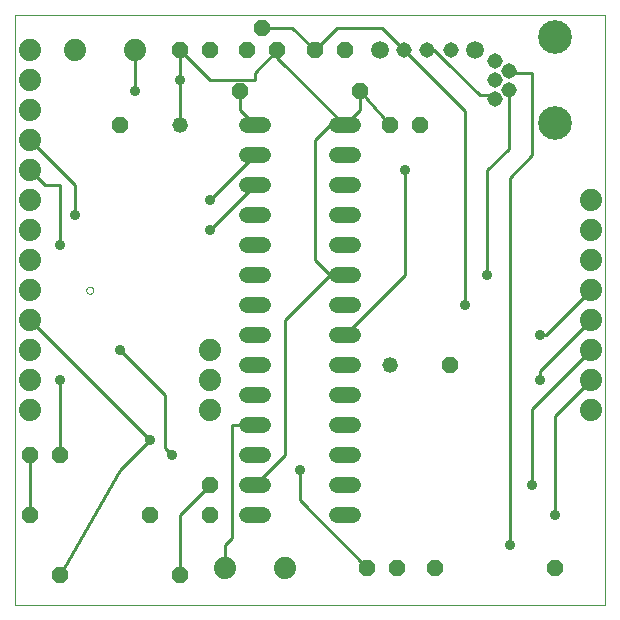
<source format=gtl>
G75*
%MOIN*%
%OFA0B0*%
%FSLAX25Y25*%
%IPPOS*%
%LPD*%
%AMOC8*
5,1,8,0,0,1.08239X$1,22.5*
%
%ADD10C,0.00000*%
%ADD11OC8,0.05200*%
%ADD12C,0.05200*%
%ADD13C,0.05150*%
%ADD14C,0.11220*%
%ADD15C,0.07400*%
%ADD16C,0.05200*%
%ADD17C,0.05937*%
%ADD18C,0.01000*%
%ADD19C,0.03562*%
D10*
X0001600Y0001600D02*
X0001600Y0198450D01*
X0198450Y0198450D01*
X0198450Y0001600D01*
X0001600Y0001600D01*
X0025419Y0106600D02*
X0025421Y0106669D01*
X0025427Y0106737D01*
X0025437Y0106805D01*
X0025451Y0106872D01*
X0025469Y0106939D01*
X0025490Y0107004D01*
X0025516Y0107068D01*
X0025545Y0107130D01*
X0025577Y0107190D01*
X0025613Y0107249D01*
X0025653Y0107305D01*
X0025695Y0107359D01*
X0025741Y0107410D01*
X0025790Y0107459D01*
X0025841Y0107505D01*
X0025895Y0107547D01*
X0025951Y0107587D01*
X0026009Y0107623D01*
X0026070Y0107655D01*
X0026132Y0107684D01*
X0026196Y0107710D01*
X0026261Y0107731D01*
X0026328Y0107749D01*
X0026395Y0107763D01*
X0026463Y0107773D01*
X0026531Y0107779D01*
X0026600Y0107781D01*
X0026669Y0107779D01*
X0026737Y0107773D01*
X0026805Y0107763D01*
X0026872Y0107749D01*
X0026939Y0107731D01*
X0027004Y0107710D01*
X0027068Y0107684D01*
X0027130Y0107655D01*
X0027190Y0107623D01*
X0027249Y0107587D01*
X0027305Y0107547D01*
X0027359Y0107505D01*
X0027410Y0107459D01*
X0027459Y0107410D01*
X0027505Y0107359D01*
X0027547Y0107305D01*
X0027587Y0107249D01*
X0027623Y0107190D01*
X0027655Y0107130D01*
X0027684Y0107068D01*
X0027710Y0107004D01*
X0027731Y0106939D01*
X0027749Y0106872D01*
X0027763Y0106805D01*
X0027773Y0106737D01*
X0027779Y0106669D01*
X0027781Y0106600D01*
X0027779Y0106531D01*
X0027773Y0106463D01*
X0027763Y0106395D01*
X0027749Y0106328D01*
X0027731Y0106261D01*
X0027710Y0106196D01*
X0027684Y0106132D01*
X0027655Y0106070D01*
X0027623Y0106009D01*
X0027587Y0105951D01*
X0027547Y0105895D01*
X0027505Y0105841D01*
X0027459Y0105790D01*
X0027410Y0105741D01*
X0027359Y0105695D01*
X0027305Y0105653D01*
X0027249Y0105613D01*
X0027191Y0105577D01*
X0027130Y0105545D01*
X0027068Y0105516D01*
X0027004Y0105490D01*
X0026939Y0105469D01*
X0026872Y0105451D01*
X0026805Y0105437D01*
X0026737Y0105427D01*
X0026669Y0105421D01*
X0026600Y0105419D01*
X0026531Y0105421D01*
X0026463Y0105427D01*
X0026395Y0105437D01*
X0026328Y0105451D01*
X0026261Y0105469D01*
X0026196Y0105490D01*
X0026132Y0105516D01*
X0026070Y0105545D01*
X0026009Y0105577D01*
X0025951Y0105613D01*
X0025895Y0105653D01*
X0025841Y0105695D01*
X0025790Y0105741D01*
X0025741Y0105790D01*
X0025695Y0105841D01*
X0025653Y0105895D01*
X0025613Y0105951D01*
X0025577Y0106009D01*
X0025545Y0106070D01*
X0025516Y0106132D01*
X0025490Y0106196D01*
X0025469Y0106261D01*
X0025451Y0106328D01*
X0025437Y0106395D01*
X0025427Y0106463D01*
X0025421Y0106531D01*
X0025419Y0106600D01*
D11*
X0016600Y0051600D03*
X0006600Y0051600D03*
X0006600Y0031600D03*
X0016600Y0011600D03*
X0046600Y0031600D03*
X0066600Y0031600D03*
X0066600Y0041600D03*
X0056600Y0011600D03*
X0119100Y0014100D03*
X0129100Y0014100D03*
X0141600Y0014100D03*
X0181600Y0014100D03*
X0146600Y0081600D03*
X0136600Y0161600D03*
X0126600Y0161600D03*
X0116600Y0172850D03*
X0111600Y0186600D03*
X0101600Y0186600D03*
X0089100Y0186600D03*
X0084100Y0194100D03*
X0079100Y0186600D03*
X0066600Y0186600D03*
X0056600Y0186600D03*
X0076600Y0172850D03*
X0036600Y0161600D03*
D12*
X0056600Y0161600D03*
X0126600Y0081600D03*
D13*
X0161521Y0170301D03*
X0166246Y0173450D03*
X0161521Y0176600D03*
X0166246Y0179750D03*
X0161521Y0182899D03*
X0146974Y0186600D03*
X0139100Y0186600D03*
X0131226Y0186600D03*
D14*
X0181600Y0190970D03*
X0181600Y0162230D03*
D15*
X0193600Y0136600D03*
X0193600Y0126600D03*
X0193600Y0116600D03*
X0193600Y0106600D03*
X0193600Y0096600D03*
X0193600Y0086600D03*
X0193600Y0076600D03*
X0193600Y0066600D03*
X0091600Y0014100D03*
X0071600Y0014100D03*
X0066600Y0066600D03*
X0066600Y0076600D03*
X0066600Y0086600D03*
X0006600Y0086600D03*
X0006600Y0076600D03*
X0006600Y0066600D03*
X0006600Y0096600D03*
X0006600Y0106600D03*
X0006600Y0116600D03*
X0006600Y0126600D03*
X0006600Y0136600D03*
X0006600Y0146600D03*
X0006600Y0156600D03*
X0006600Y0166600D03*
X0006600Y0176600D03*
X0006600Y0186600D03*
X0021600Y0186600D03*
X0041600Y0186600D03*
D16*
X0079000Y0161600D02*
X0084200Y0161600D01*
X0084200Y0151600D02*
X0079000Y0151600D01*
X0079000Y0141600D02*
X0084200Y0141600D01*
X0084200Y0131600D02*
X0079000Y0131600D01*
X0079000Y0121600D02*
X0084200Y0121600D01*
X0084200Y0111600D02*
X0079000Y0111600D01*
X0079000Y0101600D02*
X0084200Y0101600D01*
X0084200Y0091600D02*
X0079000Y0091600D01*
X0079000Y0081600D02*
X0084200Y0081600D01*
X0084200Y0071600D02*
X0079000Y0071600D01*
X0079000Y0061600D02*
X0084200Y0061600D01*
X0084200Y0051600D02*
X0079000Y0051600D01*
X0079000Y0041600D02*
X0084200Y0041600D01*
X0084200Y0031600D02*
X0079000Y0031600D01*
X0109000Y0031600D02*
X0114200Y0031600D01*
X0114200Y0041600D02*
X0109000Y0041600D01*
X0109000Y0051600D02*
X0114200Y0051600D01*
X0114200Y0061600D02*
X0109000Y0061600D01*
X0109000Y0071600D02*
X0114200Y0071600D01*
X0114200Y0081600D02*
X0109000Y0081600D01*
X0109000Y0091600D02*
X0114200Y0091600D01*
X0114200Y0101600D02*
X0109000Y0101600D01*
X0109000Y0111600D02*
X0114200Y0111600D01*
X0114200Y0121600D02*
X0109000Y0121600D01*
X0109000Y0131600D02*
X0114200Y0131600D01*
X0114200Y0141600D02*
X0109000Y0141600D01*
X0109000Y0151600D02*
X0114200Y0151600D01*
X0114200Y0161600D02*
X0109000Y0161600D01*
D17*
X0123352Y0186600D03*
X0154848Y0186600D03*
D18*
X0145475Y0182725D02*
X0156600Y0171600D01*
X0160222Y0171600D01*
X0161521Y0170301D01*
X0166246Y0173450D02*
X0166246Y0153746D01*
X0159100Y0146600D01*
X0159100Y0111600D01*
X0151600Y0101600D02*
X0151600Y0166226D01*
X0131226Y0186600D01*
X0123876Y0193950D01*
X0108950Y0193950D01*
X0101600Y0186600D01*
X0094100Y0194100D01*
X0084100Y0194100D01*
X0089100Y0186600D02*
X0081600Y0179100D01*
X0081600Y0176600D01*
X0066600Y0176600D01*
X0056600Y0186600D01*
X0056600Y0176600D01*
X0056600Y0161600D01*
X0041600Y0172850D02*
X0041600Y0186600D01*
X0006600Y0156600D02*
X0021600Y0141600D01*
X0021600Y0131600D01*
X0016600Y0141600D02*
X0011600Y0141600D01*
X0006600Y0146600D01*
X0016600Y0141600D02*
X0016600Y0121600D01*
X0006600Y0096600D02*
X0046600Y0056600D01*
X0036600Y0046600D01*
X0016600Y0011600D01*
X0006600Y0031600D02*
X0006600Y0051600D01*
X0016600Y0051600D02*
X0016600Y0076600D01*
X0036600Y0086600D02*
X0051600Y0071600D01*
X0051600Y0054100D01*
X0054100Y0051600D01*
X0066600Y0041600D02*
X0056600Y0031600D01*
X0056600Y0011600D01*
X0071600Y0014100D02*
X0071600Y0021600D01*
X0074100Y0024100D01*
X0074100Y0061600D01*
X0081600Y0061600D01*
X0091600Y0051600D02*
X0091600Y0096600D01*
X0106600Y0111600D01*
X0111600Y0111600D01*
X0106600Y0111600D02*
X0101600Y0116600D01*
X0101600Y0156600D01*
X0106600Y0161600D01*
X0111600Y0161600D01*
X0089100Y0184100D01*
X0089100Y0186600D01*
X0076600Y0172850D02*
X0076600Y0166600D01*
X0081600Y0161600D01*
X0081600Y0151600D02*
X0066600Y0136600D01*
X0066600Y0126600D02*
X0081600Y0141600D01*
X0111600Y0161600D02*
X0116600Y0166600D01*
X0116600Y0172850D01*
X0126600Y0161600D01*
X0131600Y0146600D02*
X0131600Y0111600D01*
X0111600Y0091600D01*
X0091600Y0051600D02*
X0081600Y0041600D01*
X0096600Y0036600D02*
X0119100Y0014100D01*
X0096600Y0036600D02*
X0096600Y0046600D01*
X0166600Y0021600D02*
X0166600Y0144100D01*
X0174100Y0151600D01*
X0174100Y0179100D01*
X0166895Y0179100D01*
X0166246Y0179750D01*
X0145475Y0182725D02*
X0145369Y0182725D01*
X0141494Y0186600D01*
X0139100Y0186600D01*
X0193600Y0106600D02*
X0178600Y0091600D01*
X0176600Y0091600D01*
X0176600Y0079600D02*
X0193600Y0096600D01*
X0193600Y0086600D02*
X0174100Y0067100D01*
X0174100Y0041600D01*
X0181600Y0031600D02*
X0181600Y0064600D01*
X0193600Y0076600D01*
X0176600Y0076600D02*
X0176600Y0079600D01*
D19*
X0176600Y0076600D03*
X0176600Y0091600D03*
X0159100Y0111600D03*
X0151600Y0101600D03*
X0131600Y0146600D03*
X0066600Y0136600D03*
X0066600Y0126600D03*
X0036600Y0086600D03*
X0016600Y0076600D03*
X0046600Y0056600D03*
X0054100Y0051600D03*
X0096600Y0046600D03*
X0166600Y0021600D03*
X0181600Y0031600D03*
X0174100Y0041600D03*
X0056600Y0176600D03*
X0041600Y0172850D03*
X0021600Y0131600D03*
X0016600Y0121600D03*
M02*

</source>
